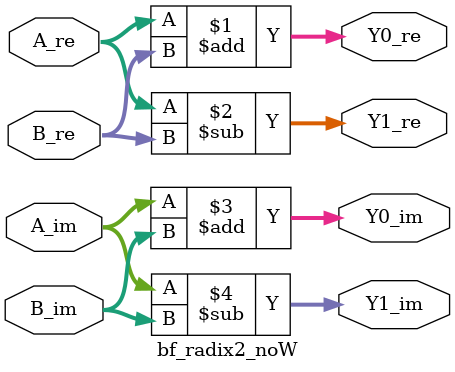
<source format=v>

module bf_radix2_noW
    (
        input signed [15:0] A_re,
        input signed [15:0] B_re,
        input signed [15:0] A_im,
        input signed [15:0] B_im,
        output signed [15:0] Y0_re,
        output signed [15:0] Y1_re,
        output signed [15:0] Y0_im,
        output signed [15:0] Y1_im
    );
 
// wire definition
// fill in your code here


// Y0 = A + B
// Y1 = A - B
// A, B, Y0, Y1 are complex number whose real and imag parts are represented with 1 sign bit, 7 integer bits, and 8 fractional bits
// fill in your code here
assign Y0_re = A_re + B_re;
assign Y1_re = A_re - B_re;
assign Y0_im = A_im + B_im;
assign Y1_im = A_im - B_im;


endmodule

</source>
